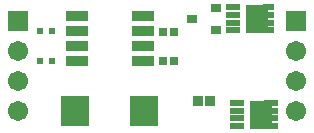
<source format=gts>
G04*
G04 #@! TF.GenerationSoftware,Altium Limited,Altium Designer,22.3.1 (43)*
G04*
G04 Layer_Color=8388736*
%FSLAX25Y25*%
%MOIN*%
G70*
G04*
G04 #@! TF.SameCoordinates,C5F4699D-FB43-4DF1-913B-A25CA7802ECB*
G04*
G04*
G04 #@! TF.FilePolarity,Negative*
G04*
G01*
G75*
%ADD16R,0.03543X0.03150*%
%ADD20R,0.02362X0.02362*%
%ADD22R,0.01784X0.01103*%
%ADD23R,0.07591X0.09599*%
%ADD24R,0.02808X0.02395*%
%ADD25R,0.04698X0.02395*%
%ADD26R,0.07808X0.03635*%
%ADD27R,0.09461X0.10052*%
%ADD28R,0.02965X0.02965*%
%ADD29R,0.03792X0.03635*%
%ADD30C,0.06706*%
%ADD31R,0.06706X0.06706*%
D16*
X19685Y19488D02*
D03*
Y12008D02*
D03*
X11811Y15748D02*
D03*
D20*
X-39075Y11811D02*
D03*
X-34941D02*
D03*
X-39075Y1575D02*
D03*
X-34941D02*
D03*
D22*
X36122Y11197D02*
D03*
Y20299D02*
D03*
D23*
X33220Y15756D02*
D03*
X34567Y-16181D02*
D03*
D24*
X37618Y19654D02*
D03*
Y17055D02*
D03*
Y14457D02*
D03*
Y11858D02*
D03*
D25*
X25374D02*
D03*
Y14457D02*
D03*
Y17055D02*
D03*
Y19654D02*
D03*
X26722Y-12284D02*
D03*
Y-14882D02*
D03*
Y-17480D02*
D03*
Y-20079D02*
D03*
X38022D02*
D03*
Y-17480D02*
D03*
Y-14882D02*
D03*
Y-12284D02*
D03*
D26*
X-26713Y16555D02*
D03*
Y11555D02*
D03*
Y6555D02*
D03*
Y1555D02*
D03*
X-4783Y16555D02*
D03*
Y11555D02*
D03*
Y6555D02*
D03*
Y1555D02*
D03*
D27*
X-27264Y-14961D02*
D03*
X-4232D02*
D03*
D28*
X5709Y1575D02*
D03*
X2165D02*
D03*
X5709Y11417D02*
D03*
X2165D02*
D03*
D29*
X13819Y-11811D02*
D03*
X17677D02*
D03*
D30*
X46457Y-15000D02*
D03*
Y-5000D02*
D03*
Y5000D02*
D03*
X-46457Y-15000D02*
D03*
Y-5000D02*
D03*
Y5000D02*
D03*
D31*
X46457Y15000D02*
D03*
X-46457D02*
D03*
M02*

</source>
